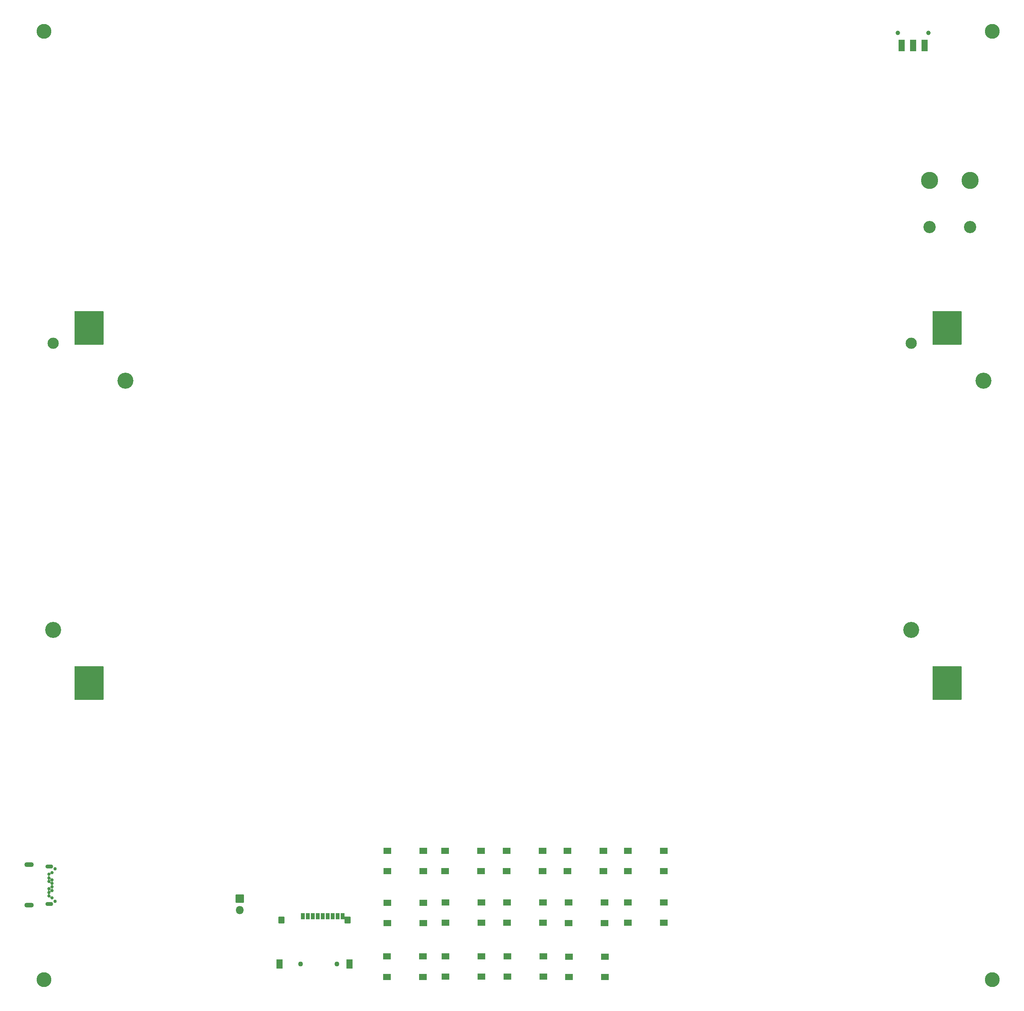
<source format=gbs>
%TF.GenerationSoftware,KiCad,Pcbnew,(6.0.0)*%
%TF.CreationDate,2022-01-30T17:43:54-05:00*%
%TF.ProjectId,fancyGradCap_rev2,66616e63-7947-4726-9164-4361705f7265,1*%
%TF.SameCoordinates,Original*%
%TF.FileFunction,Soldermask,Bot*%
%TF.FilePolarity,Negative*%
%FSLAX46Y46*%
G04 Gerber Fmt 4.6, Leading zero omitted, Abs format (unit mm)*
G04 Created by KiCad (PCBNEW (6.0.0)) date 2022-01-30 17:43:54*
%MOMM*%
%LPD*%
G01*
G04 APERTURE LIST*
G04 Aperture macros list*
%AMRoundRect*
0 Rectangle with rounded corners*
0 $1 Rounding radius*
0 $2 $3 $4 $5 $6 $7 $8 $9 X,Y pos of 4 corners*
0 Add a 4 corners polygon primitive as box body*
4,1,4,$2,$3,$4,$5,$6,$7,$8,$9,$2,$3,0*
0 Add four circle primitives for the rounded corners*
1,1,$1+$1,$2,$3*
1,1,$1+$1,$4,$5*
1,1,$1+$1,$6,$7*
1,1,$1+$1,$8,$9*
0 Add four rect primitives between the rounded corners*
20,1,$1+$1,$2,$3,$4,$5,0*
20,1,$1+$1,$4,$5,$6,$7,0*
20,1,$1+$1,$6,$7,$8,$9,0*
20,1,$1+$1,$8,$9,$2,$3,0*%
G04 Aperture macros list end*
%ADD10C,3.300000*%
%ADD11RoundRect,0.050000X0.775000X0.650000X-0.775000X0.650000X-0.775000X-0.650000X0.775000X-0.650000X0*%
%ADD12C,0.750000*%
%ADD13C,0.700000*%
%ADD14O,2.100000X1.100000*%
%ADD15O,1.700000X0.900000*%
%ADD16RoundRect,0.050000X-0.850000X-0.850000X0.850000X-0.850000X0.850000X0.850000X-0.850000X0.850000X0*%
%ADD17O,1.800000X1.800000*%
%ADD18C,3.550000*%
%ADD19C,2.490000*%
%ADD20RoundRect,0.050000X-3.175000X3.670000X-3.175000X-3.670000X3.175000X-3.670000X3.175000X3.670000X0*%
%ADD21C,2.725000*%
%ADD22C,3.806000*%
%ADD23C,1.100000*%
%ADD24RoundRect,0.050000X0.350000X0.650000X-0.350000X0.650000X-0.350000X-0.650000X0.350000X-0.650000X0*%
%ADD25RoundRect,0.050000X0.600000X0.700000X-0.600000X0.700000X-0.600000X-0.700000X0.600000X-0.700000X0*%
%ADD26RoundRect,0.050000X0.600000X1.000000X-0.600000X1.000000X-0.600000X-1.000000X0.600000X-1.000000X0*%
%ADD27C,1.000000*%
%ADD28RoundRect,0.050000X-0.625000X-1.250000X0.625000X-1.250000X0.625000X1.250000X-0.625000X1.250000X0*%
G04 APERTURE END LIST*
D10*
%TO.C,REF\u002A\u002A*%
X-5000000Y-5000000D03*
%TD*%
%TO.C,REF\u002A\u002A*%
X205000000Y-5000000D03*
%TD*%
%TO.C,REF\u002A\u002A*%
X205000000Y-215000000D03*
%TD*%
%TO.C,REF\u002A\u002A*%
X-5000000Y-215000000D03*
%TD*%
D11*
%TO.C,SW4*%
X71025000Y-191020000D03*
X78975000Y-191020000D03*
X78975000Y-186520000D03*
X71025000Y-186520000D03*
%TD*%
D12*
%TO.C,J1*%
X-2584000Y-197706000D03*
X-2584000Y-190506000D03*
D13*
X-3234000Y-196906000D03*
X-3934000Y-196506000D03*
X-3934000Y-195706000D03*
X-3234000Y-195306000D03*
X-3934000Y-194906000D03*
X-3234000Y-194506000D03*
X-3234000Y-193706000D03*
X-3934000Y-193306000D03*
X-3234000Y-192906000D03*
X-3934000Y-192506000D03*
X-3934000Y-191706000D03*
X-3234000Y-191306000D03*
D14*
X-8284000Y-189566000D03*
X-8284000Y-198546000D03*
D15*
X-3834000Y-198236000D03*
X-3834000Y-189976000D03*
%TD*%
D16*
%TO.C,J2*%
X38354000Y-197099000D03*
D17*
X38354000Y-199639000D03*
%TD*%
D11*
%TO.C,SW11*%
X83909000Y-209888000D03*
X91859000Y-209888000D03*
X83909000Y-214388000D03*
X91859000Y-214388000D03*
%TD*%
%TO.C,SW6*%
X83854750Y-191020000D03*
X91804750Y-191020000D03*
X91804750Y-186520000D03*
X83854750Y-186520000D03*
%TD*%
%TO.C,SW5*%
X119140500Y-197968750D03*
X111190500Y-197968750D03*
X119140500Y-202468750D03*
X111190500Y-202468750D03*
%TD*%
%TO.C,SW8*%
X97466750Y-191020000D03*
X105416750Y-191020000D03*
X97466750Y-186520000D03*
X105416750Y-186520000D03*
%TD*%
%TO.C,SW12*%
X124283000Y-186508000D03*
X132233000Y-186508000D03*
X132233000Y-191008000D03*
X124283000Y-191008000D03*
%TD*%
D18*
%TO.C,BT1*%
X13000000Y-82400000D03*
D19*
X-3000000Y-74070000D03*
D18*
X-3000000Y-137600000D03*
D20*
X5000000Y-70670000D03*
X5000000Y-149330000D03*
%TD*%
D21*
%TO.C,F1*%
X191130000Y-48330000D03*
D22*
X191130000Y-38030000D03*
X200030000Y-38030000D03*
D21*
X200030000Y-48330000D03*
%TD*%
D18*
%TO.C,BT2*%
X187000000Y-137600000D03*
X203000000Y-82400000D03*
D19*
X187000000Y-74070000D03*
D20*
X195000000Y-70670000D03*
X195000000Y-149330000D03*
%TD*%
D23*
%TO.C,J3*%
X59840000Y-211562000D03*
X51840000Y-211562000D03*
D24*
X52330000Y-201012000D03*
X53430000Y-201012000D03*
X54530000Y-201012000D03*
X55630000Y-201012000D03*
X56730000Y-201012000D03*
X57830000Y-201012000D03*
X58930000Y-201012000D03*
X60030000Y-201012000D03*
X61130000Y-201012000D03*
D25*
X47550000Y-201862000D03*
X62230000Y-201862000D03*
D26*
X62650000Y-211562000D03*
X47130000Y-211562000D03*
%TD*%
D11*
%TO.C,SW9*%
X70955000Y-209905500D03*
X78905000Y-209905500D03*
X78905000Y-214405500D03*
X70955000Y-214405500D03*
%TD*%
%TO.C,SW17*%
X105505250Y-197918750D03*
X97555250Y-197918750D03*
X97555250Y-202418750D03*
X105505250Y-202418750D03*
%TD*%
%TO.C,SW10*%
X110936500Y-191020000D03*
X118886500Y-191020000D03*
X118886500Y-186520000D03*
X110936500Y-186520000D03*
%TD*%
%TO.C,SW7*%
X124295000Y-197950000D03*
X132245000Y-197950000D03*
X132245000Y-202450000D03*
X124295000Y-202450000D03*
%TD*%
%TO.C,SW14*%
X79000750Y-198045750D03*
X71050750Y-198045750D03*
X79000750Y-202545750D03*
X71050750Y-202545750D03*
%TD*%
%TO.C,SW13*%
X97625000Y-209888000D03*
X105575000Y-209888000D03*
X97625000Y-214388000D03*
X105575000Y-214388000D03*
%TD*%
%TO.C,SW16*%
X91859000Y-202450000D03*
X83909000Y-202450000D03*
X91859000Y-197950000D03*
X83909000Y-197950000D03*
%TD*%
%TO.C,SW15*%
X119196250Y-209964500D03*
X111246250Y-209964500D03*
X111246250Y-214464500D03*
X119196250Y-214464500D03*
%TD*%
D27*
%TO.C,SW1*%
X190852000Y-5334000D03*
X184052000Y-5334000D03*
D28*
X184952000Y-8084000D03*
X187452000Y-8084000D03*
X189952000Y-8084000D03*
%TD*%
G36*
X61531902Y-201011384D02*
G01*
X61550799Y-201069543D01*
X61599886Y-201105207D01*
X61630310Y-201110026D01*
X61631864Y-201111284D01*
X61631551Y-201113260D01*
X61630387Y-201113963D01*
X61611645Y-201117691D01*
X61596087Y-201128087D01*
X61585691Y-201143645D01*
X61582000Y-201162199D01*
X61582000Y-201811998D01*
X61581000Y-201813730D01*
X61579000Y-201813730D01*
X61578098Y-201812616D01*
X61559201Y-201754457D01*
X61510114Y-201718793D01*
X61479690Y-201713974D01*
X61478136Y-201712716D01*
X61478449Y-201710740D01*
X61479613Y-201710037D01*
X61498355Y-201706309D01*
X61513913Y-201695913D01*
X61524309Y-201680355D01*
X61528000Y-201661801D01*
X61528000Y-201012002D01*
X61529000Y-201010270D01*
X61531000Y-201010270D01*
X61531902Y-201011384D01*
G37*
G36*
X-3583277Y-196507831D02*
G01*
X-3582556Y-196509102D01*
X-3582429Y-196509989D01*
X-3582437Y-196510604D01*
X-3584510Y-196522930D01*
X-3575572Y-196583104D01*
X-3533201Y-196626297D01*
X-3473424Y-196636355D01*
X-3445420Y-196625968D01*
X-3443448Y-196626303D01*
X-3442752Y-196628178D01*
X-3443310Y-196629257D01*
X-3515517Y-196701464D01*
X-3564945Y-196798471D01*
X-3578994Y-196887174D01*
X-3580252Y-196888728D01*
X-3582228Y-196888415D01*
X-3582944Y-196887179D01*
X-3592501Y-196827852D01*
X-3635396Y-196785181D01*
X-3695305Y-196775854D01*
X-3722483Y-196785935D01*
X-3724455Y-196785600D01*
X-3725151Y-196783725D01*
X-3724593Y-196782646D01*
X-3652483Y-196710536D01*
X-3603055Y-196613529D01*
X-3586511Y-196509072D01*
X-3585253Y-196507518D01*
X-3583277Y-196507831D01*
G37*
G36*
X-4106111Y-196004039D02*
G01*
X-4041529Y-196036945D01*
X-3934000Y-196053975D01*
X-3826471Y-196036945D01*
X-3768376Y-196007344D01*
X-3766379Y-196007449D01*
X-3765471Y-196009231D01*
X-3766422Y-196010830D01*
X-3784110Y-196021691D01*
X-3823581Y-196067988D01*
X-3828277Y-196128308D01*
X-3796481Y-196180093D01*
X-3786348Y-196187645D01*
X-3761993Y-196203432D01*
X-3761084Y-196205213D01*
X-3762171Y-196206891D01*
X-3763989Y-196206892D01*
X-3826471Y-196175055D01*
X-3934000Y-196158025D01*
X-4041529Y-196175055D01*
X-4101848Y-196205789D01*
X-4103845Y-196205684D01*
X-4104753Y-196203902D01*
X-4103823Y-196202316D01*
X-4083910Y-196189752D01*
X-4045008Y-196142978D01*
X-4041050Y-196082602D01*
X-4073482Y-196031201D01*
X-4081679Y-196025091D01*
X-4108127Y-196007486D01*
X-4109015Y-196005694D01*
X-4107907Y-196004029D01*
X-4106111Y-196004039D01*
G37*
G36*
X-3578747Y-195330486D02*
G01*
X-3577883Y-195331836D01*
X-3564945Y-195413529D01*
X-3515517Y-195510536D01*
X-3442095Y-195583958D01*
X-3441577Y-195585890D01*
X-3442991Y-195587304D01*
X-3444049Y-195587298D01*
X-3492970Y-195573593D01*
X-3549696Y-195594633D01*
X-3583286Y-195645094D01*
X-3585740Y-195682542D01*
X-3586851Y-195684205D01*
X-3588847Y-195684074D01*
X-3589711Y-195682724D01*
X-3603055Y-195598471D01*
X-3652483Y-195501464D01*
X-3725620Y-195428327D01*
X-3726138Y-195426395D01*
X-3724724Y-195424981D01*
X-3723690Y-195424981D01*
X-3673511Y-195438379D01*
X-3617044Y-195416647D01*
X-3584067Y-195365769D01*
X-3581854Y-195332018D01*
X-3580743Y-195330355D01*
X-3578747Y-195330486D01*
G37*
G36*
X-4106111Y-195204039D02*
G01*
X-4041529Y-195236945D01*
X-3934000Y-195253975D01*
X-3826471Y-195236945D01*
X-3768377Y-195207344D01*
X-3766380Y-195207449D01*
X-3765472Y-195209231D01*
X-3766422Y-195210830D01*
X-3784112Y-195221692D01*
X-3823582Y-195267988D01*
X-3828276Y-195328309D01*
X-3796480Y-195380093D01*
X-3786348Y-195387645D01*
X-3761992Y-195403432D01*
X-3761083Y-195405213D01*
X-3762170Y-195406891D01*
X-3763988Y-195406892D01*
X-3826471Y-195375055D01*
X-3934000Y-195358025D01*
X-4041529Y-195375055D01*
X-4101848Y-195405789D01*
X-4103845Y-195405684D01*
X-4104753Y-195403902D01*
X-4103823Y-195402316D01*
X-4083910Y-195389752D01*
X-4045008Y-195342978D01*
X-4041050Y-195282602D01*
X-4073482Y-195231201D01*
X-4081679Y-195225091D01*
X-4108127Y-195207486D01*
X-4109015Y-195205694D01*
X-4107907Y-195204029D01*
X-4106111Y-195204039D01*
G37*
G36*
X-3583276Y-194907827D02*
G01*
X-3582555Y-194909098D01*
X-3582428Y-194909988D01*
X-3582436Y-194910603D01*
X-3584510Y-194922930D01*
X-3575572Y-194983104D01*
X-3533201Y-195026297D01*
X-3473424Y-195036355D01*
X-3445420Y-195025969D01*
X-3443449Y-195026304D01*
X-3442753Y-195028179D01*
X-3443311Y-195029258D01*
X-3515517Y-195101464D01*
X-3564945Y-195198471D01*
X-3578994Y-195287174D01*
X-3580252Y-195288728D01*
X-3582228Y-195288415D01*
X-3582944Y-195287179D01*
X-3592501Y-195227852D01*
X-3635396Y-195185181D01*
X-3695305Y-195175854D01*
X-3722483Y-195185935D01*
X-3724455Y-195185600D01*
X-3725151Y-195183725D01*
X-3724593Y-195182646D01*
X-3652483Y-195110536D01*
X-3603055Y-195013529D01*
X-3586510Y-194909068D01*
X-3585252Y-194907514D01*
X-3583276Y-194907827D01*
G37*
G36*
X-3406111Y-194804038D02*
G01*
X-3341529Y-194836945D01*
X-3234000Y-194853975D01*
X-3126471Y-194836945D01*
X-3068376Y-194807344D01*
X-3066379Y-194807449D01*
X-3065471Y-194809231D01*
X-3066422Y-194810830D01*
X-3084110Y-194821691D01*
X-3123581Y-194867988D01*
X-3128277Y-194928308D01*
X-3096481Y-194980093D01*
X-3086348Y-194987645D01*
X-3061993Y-195003432D01*
X-3061084Y-195005213D01*
X-3062171Y-195006891D01*
X-3063989Y-195006892D01*
X-3126471Y-194975055D01*
X-3234000Y-194958025D01*
X-3341529Y-194975055D01*
X-3401846Y-195005788D01*
X-3403843Y-195005683D01*
X-3404751Y-195003901D01*
X-3403821Y-195002315D01*
X-3383911Y-194989753D01*
X-3345008Y-194942979D01*
X-3341050Y-194882603D01*
X-3373482Y-194831201D01*
X-3381679Y-194825091D01*
X-3408127Y-194807485D01*
X-3409015Y-194805693D01*
X-3407907Y-194804028D01*
X-3406111Y-194804038D01*
G37*
G36*
X-3578747Y-194530486D02*
G01*
X-3577883Y-194531836D01*
X-3564945Y-194613529D01*
X-3515517Y-194710536D01*
X-3442095Y-194783958D01*
X-3441577Y-194785890D01*
X-3442991Y-194787304D01*
X-3444049Y-194787298D01*
X-3492970Y-194773593D01*
X-3549696Y-194794633D01*
X-3583286Y-194845094D01*
X-3585740Y-194882542D01*
X-3586851Y-194884205D01*
X-3588847Y-194884074D01*
X-3589711Y-194882724D01*
X-3603055Y-194798471D01*
X-3652483Y-194701464D01*
X-3725620Y-194628327D01*
X-3726138Y-194626395D01*
X-3724724Y-194624981D01*
X-3723690Y-194624981D01*
X-3673511Y-194638379D01*
X-3617044Y-194616647D01*
X-3584067Y-194565769D01*
X-3581854Y-194532018D01*
X-3580743Y-194530355D01*
X-3578747Y-194530486D01*
G37*
G36*
X-3406111Y-194004039D02*
G01*
X-3341529Y-194036945D01*
X-3234000Y-194053975D01*
X-3126471Y-194036945D01*
X-3068376Y-194007344D01*
X-3066379Y-194007449D01*
X-3065471Y-194009231D01*
X-3066422Y-194010830D01*
X-3084110Y-194021691D01*
X-3123581Y-194067988D01*
X-3128277Y-194128308D01*
X-3096481Y-194180093D01*
X-3086348Y-194187645D01*
X-3061993Y-194203432D01*
X-3061084Y-194205213D01*
X-3062171Y-194206891D01*
X-3063989Y-194206892D01*
X-3126471Y-194175055D01*
X-3234000Y-194158025D01*
X-3341529Y-194175055D01*
X-3401848Y-194205789D01*
X-3403845Y-194205684D01*
X-3404753Y-194203902D01*
X-3403823Y-194202316D01*
X-3383910Y-194189752D01*
X-3345008Y-194142978D01*
X-3341050Y-194082602D01*
X-3373482Y-194031201D01*
X-3381679Y-194025091D01*
X-3408127Y-194007486D01*
X-3409015Y-194005694D01*
X-3407907Y-194004029D01*
X-3406111Y-194004039D01*
G37*
G36*
X-3583276Y-193307827D02*
G01*
X-3582555Y-193309098D01*
X-3582428Y-193309988D01*
X-3582436Y-193310603D01*
X-3584510Y-193322930D01*
X-3575572Y-193383104D01*
X-3533201Y-193426297D01*
X-3473424Y-193436355D01*
X-3445420Y-193425969D01*
X-3443449Y-193426304D01*
X-3442753Y-193428179D01*
X-3443311Y-193429258D01*
X-3515517Y-193501464D01*
X-3564945Y-193598471D01*
X-3578994Y-193687174D01*
X-3580252Y-193688728D01*
X-3582228Y-193688415D01*
X-3582944Y-193687179D01*
X-3592501Y-193627852D01*
X-3635396Y-193585181D01*
X-3695305Y-193575854D01*
X-3722483Y-193585935D01*
X-3724455Y-193585600D01*
X-3725151Y-193583725D01*
X-3724593Y-193582646D01*
X-3652483Y-193510536D01*
X-3603055Y-193413529D01*
X-3586510Y-193309068D01*
X-3585252Y-193307514D01*
X-3583276Y-193307827D01*
G37*
G36*
X-3406111Y-193204038D02*
G01*
X-3341529Y-193236945D01*
X-3234000Y-193253975D01*
X-3126471Y-193236945D01*
X-3068376Y-193207344D01*
X-3066379Y-193207449D01*
X-3065471Y-193209231D01*
X-3066422Y-193210830D01*
X-3084110Y-193221691D01*
X-3123581Y-193267988D01*
X-3128277Y-193328308D01*
X-3096481Y-193380093D01*
X-3086348Y-193387645D01*
X-3061993Y-193403432D01*
X-3061084Y-193405213D01*
X-3062171Y-193406891D01*
X-3063989Y-193406892D01*
X-3126471Y-193375055D01*
X-3234000Y-193358025D01*
X-3341529Y-193375055D01*
X-3401846Y-193405788D01*
X-3403843Y-193405683D01*
X-3404751Y-193403901D01*
X-3403821Y-193402315D01*
X-3383911Y-193389753D01*
X-3345008Y-193342979D01*
X-3341050Y-193282603D01*
X-3373482Y-193231201D01*
X-3381679Y-193225091D01*
X-3408127Y-193207485D01*
X-3409015Y-193205693D01*
X-3407907Y-193204028D01*
X-3406111Y-193204038D01*
G37*
G36*
X-3578747Y-192930486D02*
G01*
X-3577883Y-192931836D01*
X-3564945Y-193013529D01*
X-3515517Y-193110536D01*
X-3442095Y-193183958D01*
X-3441577Y-193185890D01*
X-3442991Y-193187304D01*
X-3444049Y-193187298D01*
X-3492970Y-193173593D01*
X-3549696Y-193194633D01*
X-3583286Y-193245094D01*
X-3585740Y-193282542D01*
X-3586851Y-193284205D01*
X-3588847Y-193284074D01*
X-3589711Y-193282724D01*
X-3603055Y-193198471D01*
X-3652483Y-193101464D01*
X-3725620Y-193028327D01*
X-3726138Y-193026395D01*
X-3724724Y-193024981D01*
X-3723690Y-193024981D01*
X-3673511Y-193038379D01*
X-3617044Y-193016647D01*
X-3584067Y-192965769D01*
X-3581854Y-192932018D01*
X-3580743Y-192930355D01*
X-3578747Y-192930486D01*
G37*
G36*
X-4106111Y-192804039D02*
G01*
X-4041529Y-192836945D01*
X-3934000Y-192853975D01*
X-3826471Y-192836945D01*
X-3768377Y-192807344D01*
X-3766380Y-192807449D01*
X-3765472Y-192809231D01*
X-3766422Y-192810830D01*
X-3784112Y-192821692D01*
X-3823582Y-192867988D01*
X-3828276Y-192928309D01*
X-3796480Y-192980093D01*
X-3786348Y-192987645D01*
X-3761992Y-193003432D01*
X-3761083Y-193005213D01*
X-3762170Y-193006891D01*
X-3763988Y-193006892D01*
X-3826471Y-192975055D01*
X-3934000Y-192958025D01*
X-4041529Y-192975055D01*
X-4101848Y-193005789D01*
X-4103845Y-193005684D01*
X-4104753Y-193003902D01*
X-4103823Y-193002316D01*
X-4083910Y-192989752D01*
X-4045008Y-192942978D01*
X-4041050Y-192882602D01*
X-4073482Y-192831201D01*
X-4081679Y-192825091D01*
X-4108127Y-192807486D01*
X-4109015Y-192805694D01*
X-4107907Y-192804029D01*
X-4106111Y-192804039D01*
G37*
G36*
X-3583277Y-192507831D02*
G01*
X-3582556Y-192509102D01*
X-3582429Y-192509989D01*
X-3582437Y-192510604D01*
X-3584510Y-192522930D01*
X-3575572Y-192583104D01*
X-3533201Y-192626297D01*
X-3473424Y-192636355D01*
X-3445420Y-192625968D01*
X-3443448Y-192626303D01*
X-3442752Y-192628178D01*
X-3443310Y-192629257D01*
X-3515517Y-192701464D01*
X-3564945Y-192798471D01*
X-3578994Y-192887174D01*
X-3580252Y-192888728D01*
X-3582228Y-192888415D01*
X-3582944Y-192887179D01*
X-3592501Y-192827852D01*
X-3635396Y-192785181D01*
X-3695305Y-192775854D01*
X-3722483Y-192785935D01*
X-3724455Y-192785600D01*
X-3725151Y-192783725D01*
X-3724593Y-192782646D01*
X-3652483Y-192710536D01*
X-3603055Y-192613529D01*
X-3586511Y-192509072D01*
X-3585253Y-192507518D01*
X-3583277Y-192507831D01*
G37*
G36*
X-4106111Y-192004039D02*
G01*
X-4041529Y-192036945D01*
X-3934000Y-192053975D01*
X-3826471Y-192036945D01*
X-3768376Y-192007344D01*
X-3766379Y-192007449D01*
X-3765471Y-192009231D01*
X-3766422Y-192010830D01*
X-3784110Y-192021691D01*
X-3823581Y-192067988D01*
X-3828277Y-192128308D01*
X-3796481Y-192180093D01*
X-3786348Y-192187645D01*
X-3761993Y-192203432D01*
X-3761084Y-192205213D01*
X-3762171Y-192206891D01*
X-3763989Y-192206892D01*
X-3826471Y-192175055D01*
X-3934000Y-192158025D01*
X-4041529Y-192175055D01*
X-4101848Y-192205789D01*
X-4103845Y-192205684D01*
X-4104753Y-192203902D01*
X-4103823Y-192202316D01*
X-4083910Y-192189752D01*
X-4045008Y-192142978D01*
X-4041050Y-192082602D01*
X-4073482Y-192031201D01*
X-4081679Y-192025091D01*
X-4108127Y-192007486D01*
X-4109015Y-192005694D01*
X-4107907Y-192004029D01*
X-4106111Y-192004039D01*
G37*
G36*
X-3578747Y-191330486D02*
G01*
X-3577883Y-191331836D01*
X-3564945Y-191413529D01*
X-3515517Y-191510536D01*
X-3442095Y-191583958D01*
X-3441577Y-191585890D01*
X-3442991Y-191587304D01*
X-3444049Y-191587298D01*
X-3492970Y-191573593D01*
X-3549696Y-191594633D01*
X-3583286Y-191645094D01*
X-3585740Y-191682542D01*
X-3586851Y-191684205D01*
X-3588847Y-191684074D01*
X-3589711Y-191682724D01*
X-3603055Y-191598471D01*
X-3652483Y-191501464D01*
X-3725620Y-191428327D01*
X-3726138Y-191426395D01*
X-3724724Y-191424981D01*
X-3723690Y-191424981D01*
X-3673511Y-191438379D01*
X-3617044Y-191416647D01*
X-3584067Y-191365769D01*
X-3581854Y-191332018D01*
X-3580743Y-191330355D01*
X-3578747Y-191330486D01*
G37*
M02*

</source>
